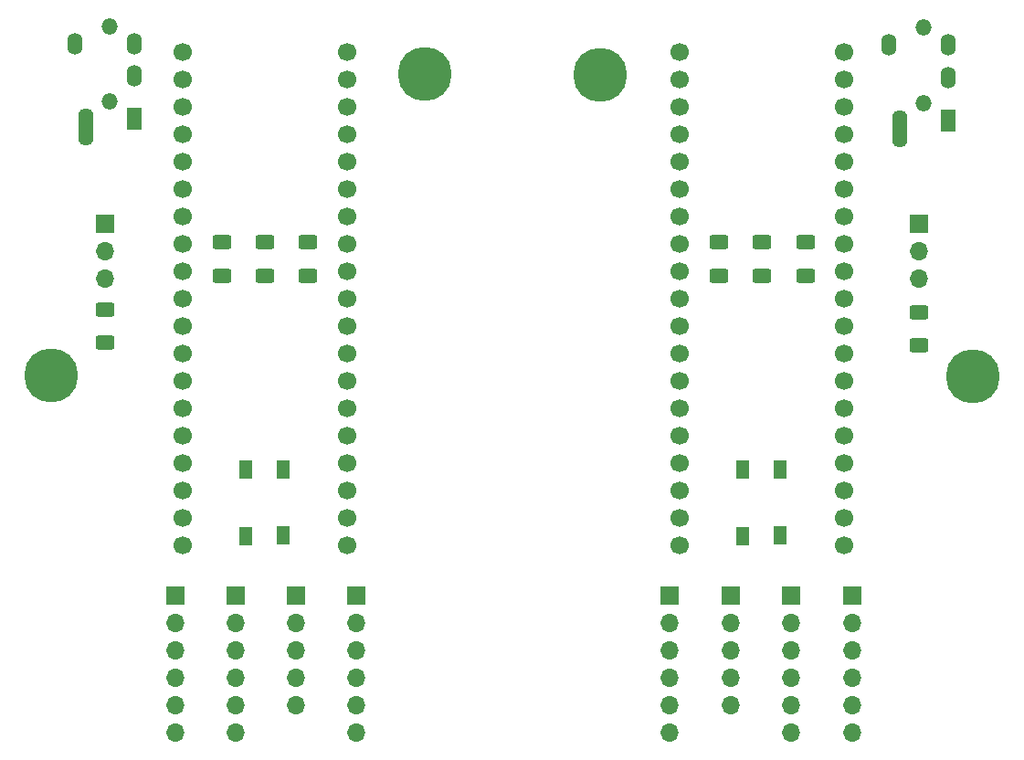
<source format=gbr>
%TF.GenerationSoftware,KiCad,Pcbnew,6.0.0-rc1-bf2b03b42f~115~ubuntu21.10.1*%
%TF.CreationDate,2021-12-10T15:52:42+01:00*%
%TF.ProjectId,adapter,61646170-7465-4722-9e6b-696361645f70,1.1*%
%TF.SameCoordinates,Original*%
%TF.FileFunction,Soldermask,Bot*%
%TF.FilePolarity,Negative*%
%FSLAX46Y46*%
G04 Gerber Fmt 4.6, Leading zero omitted, Abs format (unit mm)*
G04 Created by KiCad (PCBNEW 6.0.0-rc1-bf2b03b42f~115~ubuntu21.10.1) date 2021-12-10 15:52:42*
%MOMM*%
%LPD*%
G01*
G04 APERTURE LIST*
G04 Aperture macros list*
%AMRoundRect*
0 Rectangle with rounded corners*
0 $1 Rounding radius*
0 $2 $3 $4 $5 $6 $7 $8 $9 X,Y pos of 4 corners*
0 Add a 4 corners polygon primitive as box body*
4,1,4,$2,$3,$4,$5,$6,$7,$8,$9,$2,$3,0*
0 Add four circle primitives for the rounded corners*
1,1,$1+$1,$2,$3*
1,1,$1+$1,$4,$5*
1,1,$1+$1,$6,$7*
1,1,$1+$1,$8,$9*
0 Add four rect primitives between the rounded corners*
20,1,$1+$1,$2,$3,$4,$5,0*
20,1,$1+$1,$4,$5,$6,$7,0*
20,1,$1+$1,$6,$7,$8,$9,0*
20,1,$1+$1,$8,$9,$2,$3,0*%
G04 Aperture macros list end*
%ADD10C,5.000000*%
%ADD11R,1.700000X1.700000*%
%ADD12O,1.700000X1.700000*%
%ADD13RoundRect,0.250000X0.625000X-0.400000X0.625000X0.400000X-0.625000X0.400000X-0.625000X-0.400000X0*%
%ADD14O,1.400000X2.000000*%
%ADD15O,1.500000X1.500000*%
%ADD16O,1.400000X3.500000*%
%ADD17R,1.400000X2.000000*%
%ADD18C,1.700000*%
%ADD19R,1.300000X1.800000*%
G04 APERTURE END LIST*
D10*
%TO.C,H3*%
X132216000Y-25230000D03*
%TD*%
D11*
%TO.C,J12*%
X98443999Y-73482200D03*
D12*
X98443999Y-76022200D03*
X98443999Y-78562200D03*
X98443999Y-81102200D03*
X98443999Y-83642200D03*
X98443999Y-86182200D03*
%TD*%
D11*
%TO.C,J5*%
X155575000Y-73500000D03*
D12*
X155575000Y-76040000D03*
X155575000Y-78580000D03*
X155575000Y-81120000D03*
X155575000Y-83660000D03*
X155575000Y-86200000D03*
%TD*%
D11*
%TO.C,J7*%
X92855999Y-73482200D03*
D12*
X92855999Y-76022200D03*
X92855999Y-78562200D03*
X92855999Y-81102200D03*
X92855999Y-83642200D03*
X92855999Y-86182200D03*
%TD*%
D11*
%TO.C,J11*%
X149944666Y-73500000D03*
D12*
X149944666Y-76040000D03*
X149944666Y-78580000D03*
X149944666Y-81120000D03*
X149944666Y-83660000D03*
X149944666Y-86200000D03*
%TD*%
D11*
%TO.C,J3*%
X161786000Y-39000000D03*
D12*
X161786000Y-41540000D03*
X161786000Y-44080000D03*
%TD*%
D10*
%TO.C,H4*%
X166800000Y-53150000D03*
%TD*%
D11*
%TO.C,J9*%
X144314333Y-73482200D03*
D12*
X144314333Y-76022200D03*
X144314333Y-78562200D03*
X144314333Y-81102200D03*
X144314333Y-83642200D03*
%TD*%
D10*
%TO.C,H2*%
X81376000Y-53080000D03*
%TD*%
D11*
%TO.C,J4*%
X86341000Y-39000000D03*
D12*
X86341000Y-41540000D03*
X86341000Y-44080000D03*
%TD*%
D11*
%TO.C,J8*%
X109619999Y-73482200D03*
D12*
X109619999Y-76022200D03*
X109619999Y-78562200D03*
X109619999Y-81102200D03*
X109619999Y-83642200D03*
X109619999Y-86182200D03*
%TD*%
D10*
%TO.C,H1*%
X115951000Y-25180000D03*
%TD*%
D11*
%TO.C,J6*%
X104031998Y-73482200D03*
D12*
X104031998Y-76022200D03*
X104031998Y-78562200D03*
X104031998Y-81102200D03*
X104031998Y-83642200D03*
%TD*%
D11*
%TO.C,J10*%
X138684000Y-73482200D03*
D12*
X138684000Y-76022200D03*
X138684000Y-78562200D03*
X138684000Y-81102200D03*
X138684000Y-83642200D03*
X138684000Y-86182200D03*
%TD*%
D13*
%TO.C,R8*%
X97174000Y-43841000D03*
X97174000Y-40741000D03*
%TD*%
%TO.C,R7*%
X101174500Y-43841000D03*
X101174500Y-40741000D03*
%TD*%
D14*
%TO.C,J2*%
X159011000Y-22450000D03*
D15*
X162211000Y-20850000D03*
X162211000Y-27850000D03*
D14*
X164511000Y-25450000D03*
X164511000Y-22450000D03*
D16*
X160011000Y-30200000D03*
D17*
X164511000Y-29450000D03*
%TD*%
D15*
%TO.C,J1*%
X86766000Y-20725000D03*
X86766000Y-27725000D03*
D14*
X83566000Y-22325000D03*
X89066000Y-25325000D03*
X89066000Y-22325000D03*
D16*
X84566000Y-30075000D03*
D17*
X89066000Y-29325000D03*
%TD*%
D13*
%TO.C,R1*%
X147256500Y-43841000D03*
X147256500Y-40741000D03*
%TD*%
D18*
%TO.C,U2*%
X154860000Y-23080000D03*
X154860000Y-25620000D03*
X154860000Y-28160000D03*
X154860000Y-30700000D03*
X154860000Y-33240000D03*
X154860000Y-35780000D03*
X154860000Y-38320000D03*
X154860000Y-40860000D03*
X154860000Y-43400000D03*
X154860000Y-45940000D03*
X154860000Y-48480000D03*
X154860000Y-51020000D03*
X154860000Y-53560000D03*
X154860000Y-56100000D03*
X154860000Y-58640000D03*
X154860000Y-61180000D03*
X154860000Y-63720000D03*
X154860000Y-66260000D03*
X154860000Y-68800000D03*
X139620000Y-68800000D03*
X139620000Y-66260000D03*
X139620000Y-63720000D03*
X139620000Y-61180000D03*
X139620000Y-58640000D03*
X139620000Y-56100000D03*
X139620000Y-53560000D03*
X139620000Y-51020000D03*
X139620000Y-48480000D03*
X139620000Y-45940000D03*
X139620000Y-43400000D03*
X139620000Y-40860000D03*
X139620000Y-38320000D03*
X139620000Y-35780000D03*
X139620000Y-33240000D03*
X139620000Y-30700000D03*
X139620000Y-28160000D03*
X139620000Y-25620000D03*
X139620000Y-23080000D03*
%TD*%
D13*
%TO.C,R3*%
X151257000Y-43841000D03*
X151257000Y-40741000D03*
%TD*%
%TO.C,R6*%
X105175000Y-43841000D03*
X105175000Y-40741000D03*
%TD*%
%TO.C,R2*%
X143256000Y-43841000D03*
X143256000Y-40741000D03*
%TD*%
%TO.C,R5*%
X86360000Y-50064000D03*
X86360000Y-46964000D03*
%TD*%
D19*
%TO.C,SW2*%
X99409996Y-61797000D03*
X99359996Y-67997000D03*
X102859996Y-67897000D03*
X102859996Y-61797000D03*
%TD*%
D18*
%TO.C,U1*%
X108780000Y-23090000D03*
X108780000Y-25630000D03*
X108780000Y-28170000D03*
X108780000Y-30710000D03*
X108780000Y-33250000D03*
X108780000Y-35790000D03*
X108780000Y-38330000D03*
X108780000Y-40870000D03*
X108780000Y-43410000D03*
X108780000Y-45950000D03*
X108780000Y-48490000D03*
X108780000Y-51030000D03*
X108780000Y-53570000D03*
X108780000Y-56110000D03*
X108780000Y-58650000D03*
X108780000Y-61190000D03*
X108780000Y-63730000D03*
X108780000Y-66270000D03*
X108780000Y-68810000D03*
X93540000Y-68810000D03*
X93540000Y-66270000D03*
X93540000Y-63730000D03*
X93540000Y-61190000D03*
X93540000Y-58650000D03*
X93540000Y-56110000D03*
X93540000Y-53570000D03*
X93540000Y-51030000D03*
X93540000Y-48490000D03*
X93540000Y-45950000D03*
X93540000Y-43410000D03*
X93540000Y-40870000D03*
X93540000Y-38330000D03*
X93540000Y-35790000D03*
X93540000Y-33250000D03*
X93540000Y-30710000D03*
X93540000Y-28170000D03*
X93540000Y-25630000D03*
X93540000Y-23090000D03*
%TD*%
D13*
%TO.C,R4*%
X161761000Y-50318000D03*
X161761000Y-47218000D03*
%TD*%
D19*
%TO.C,SW1*%
X145440000Y-67997000D03*
X145490000Y-61797000D03*
X148940000Y-67897000D03*
X148940000Y-61797000D03*
%TD*%
M02*

</source>
